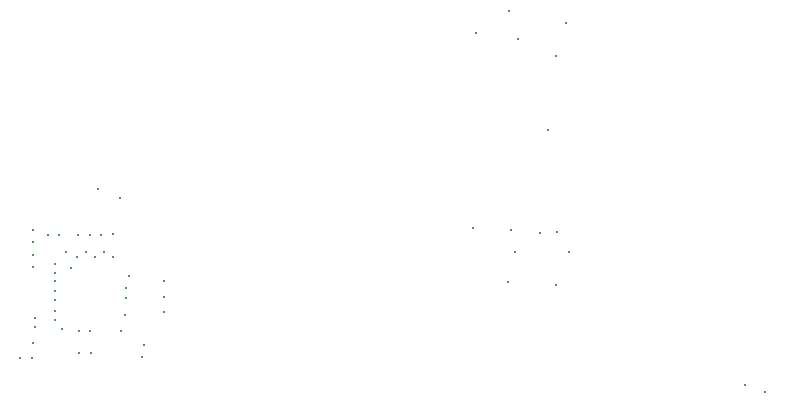
<source format=gbr>
%TF.GenerationSoftware,Altium Limited,Altium Designer,22.6.1 (34)*%
G04 Layer_Color=0*
%FSLAX45Y45*%
%MOMM*%
%TF.SameCoordinates,07F994AE-BB1C-4BEA-A643-928B9DFDCC76*%
%TF.FilePolarity,Positive*%
%TF.FileFunction,Plated,2,5,Blind,Drill*%
%TF.Part,Single*%
G01*
G75*
%TA.AperFunction,ViaDrill,NotFilled*%
%ADD187C,0.20000*%
D187*
X5226531Y1822624D02*
D03*
X1205000Y1305000D02*
D03*
X1215000Y1445000D02*
D03*
X1090000Y1180000D02*
D03*
X1190000D02*
D03*
X1755000Y2610000D02*
D03*
X1940000Y2535000D02*
D03*
X5630000Y1800000D02*
D03*
X5490000Y2240000D02*
D03*
X5640000Y2250000D02*
D03*
X7230000Y950000D02*
D03*
X7400000Y890000D02*
D03*
X4930000Y2280000D02*
D03*
X5250000Y2260000D02*
D03*
X5280000Y2080000D02*
D03*
X5230000Y4120000D02*
D03*
X5710000Y4020000D02*
D03*
X5630000Y3740000D02*
D03*
X1983499Y1542300D02*
D03*
X1986649Y1687200D02*
D03*
Y1775400D02*
D03*
X1520449Y1939200D02*
D03*
X2012499Y1875000D02*
D03*
X1590000Y1225000D02*
D03*
X1690000D02*
D03*
X1200000Y2260000D02*
D03*
Y2160000D02*
D03*
X1325000Y2225000D02*
D03*
X1425000D02*
D03*
X1200000Y2050000D02*
D03*
Y1950000D02*
D03*
X1481250Y2075000D02*
D03*
X1649999D02*
D03*
X1799999D02*
D03*
X1874999Y2031250D02*
D03*
X1724999D02*
D03*
X1574999D02*
D03*
X1949999Y1412500D02*
D03*
X1687499D02*
D03*
X1587499D02*
D03*
X1443749Y1425000D02*
D03*
X1387499Y1500000D02*
D03*
Y1581250D02*
D03*
Y1668750D02*
D03*
Y1750000D02*
D03*
Y1831250D02*
D03*
Y1900000D02*
D03*
Y1975000D02*
D03*
X5740000Y2080000D02*
D03*
X2310000Y1830000D02*
D03*
Y1700000D02*
D03*
Y1570000D02*
D03*
X4950000Y3930000D02*
D03*
X1880000Y2230000D02*
D03*
X2120000Y1190000D02*
D03*
X2140000Y1290000D02*
D03*
X5560000Y3110000D02*
D03*
X5310000Y3880000D02*
D03*
X1779999Y2225000D02*
D03*
X1679999D02*
D03*
X1579999D02*
D03*
X1215000Y1515000D02*
D03*
%TF.MD5,63199e1c1c7e4bf0a81c1c91bd229d3b*%
M02*

</source>
